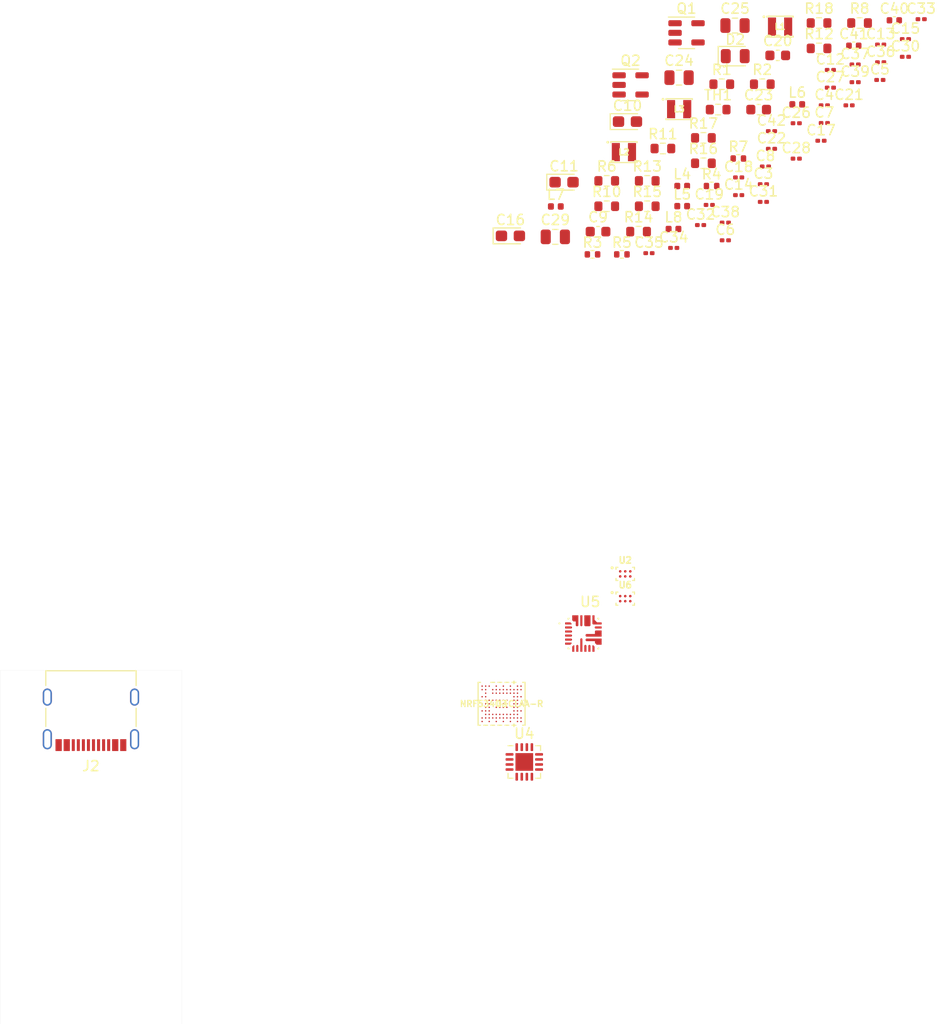
<source format=kicad_pcb>
(kicad_pcb (version 20211014) (generator pcbnew)
  (title_block (title "BOARD_NAME") (date "2022-06-23") (rev "1.0.0") (company "Michael W. Lloyd"))
  (layers (0 "F.Cu" mixed) (1 "In1.Cu" power) (2 "In2.Cu" power) (3 "In3.Cu" signal) (4 "In4.Cu" signal) (31 "B.Cu" mixed) (34 "B.Paste" user) (35 "F.Paste" user) (36 "B.SilkS" user "B.Silkscreen") (37 "F.SilkS" user "F.Silkscreen") (38 "B.Mask" user) (39 "F.Mask" user) (44 "Edge.Cuts" user))
  (property "--x" "→")
  (property "Delta" "Δ")
  (property "MR" "MΩ")
  (property "O" "Ω")
  (property "R" "Ω")
  (property "alpha" "α")
  (property "beta" "β")
  (property "delta" "δ")
  (property "diameter" "⌀")
  (property "footnote" "†")
  (property "frog" "🐸")
  (property "kR" "kΩ")
  (property "mR" "mΩ")
  (property "pi" "π")
  (property "uF" "μF")
  (property "uH" "μH")
  (property "uf" "μF")
  (property "uh" "μH")
  (property "x--" "←")
  (net 0 "")
  (net 1 "VBUS")
  (net 2 "+5V")
  (net 3 "Net-(J2-PadA1)")
  (net 4 "Net-(J2-PadA4)")
  (net 6 "Net-(C19-Pad1)")
  (net 9 "Net-(C20-Pad1)")
  (net 10 "Net-(C22-Pad1)")
  (net 13 "Net-(C23-Pad1)")
  (net 14 "Net-(C10-Pad1)")
  (net 15 "Net-(U5-Pad1)")
  (net 16 "Net-(L2-Pad1)")
  (net 17 "Net-(U5-Pad17)")
  (net 18 "+BATT")
  (net 19 "Net-(C24-Pad1)")
  (net 20 "GNDPWR")
  (net 21 "Net-(R13-Pad1)")
  (net 22 "Net-(R11-Pad2)")
  (net 23 "Net-(R12-Pad2)")
  (net 24 "Net-(C26-Pad1)")
  (net 25 "Net-(C27-Pad1)")
  (net 26 "/RF_LINE")
  (net 27 "Net-(C25-Pad1)")
  (net 28 "/USB_-")
  (net 29 "VDD")
  (net 30 "Net-(R4-Pad2)")
  (net 31 "/USB_+")
  (net 32 "/INOKB")
  (net 33 "AVSS")
  (net 34 "/USB_CC2")
  (net 35 "/USB_CC1")
  (net 36 "Net-(C28-Pad1)")
  (net 37 "Net-(C30-Pad2)")
  (net 38 "/ITOPOFF")
  (net 39 "Net-(R15-Pad1)")
  (net 40 "Net-(R14-Pad2)")
  (net 42 "Net-(R5-Pad2)")
  (net 43 "Net-(AE1-Pad1)")
  (net 44 "Net-(U3-PadD1)")
  (net 45 "Net-(C36-Pad2)")
  (net 46 "Net-(AE2-Pad1)")
  (net 47 "Net-(C40-Pad1)")
  (net 48 "Net-(C41-Pad1)")
  (net 49 "Net-(U4-Pad10)")
  (net 50 "Net-(D2-Pad2)")
  (net 51 "Net-(J2-PadA6)")
  (net 52 "Net-(J2-PadA7)")
  (net 53 "Net-(L1-Pad2)")
  (net 54 "Net-(L3-Pad2)")
  (net 55 "Net-(L4-Pad1)")
  (net 56 "Net-(L7-Pad1)")
  (net 57 "/MCU_TEMPSENS")
  (net 58 "Net-(U5-Pad12)")
  (net 59 "Net-(U3-PadB12)")
  (net 60 "/P0_30")
  (net 61 "/P0_31")
  (net 62 "/P1_11")
  (net 63 "/P1_12")
  (net 64 "/P1_13")
  (net 65 "/P1_14")
  (net 66 "/P1_15")
  (net 67 "/P1_00")
  (net 69 "/P0_29")
  (net 70 "/P0_28")
  (net 71 "/P1_10")
  (net 72 "/P1_01")
  (net 73 "/SWDIO")
  (net 74 "/SWDCLK")
  (net 75 "/P1_08")
  (net 76 "/P0_05")
  (net 77 "/P0_00")
  (net 78 "/P0_01")
  (net 79 "/~{RESET}")
  (net 80 "/P1_07")
  (net 81 "/P0_04")
  (net 82 "/P0_02")
  (net 83 "/P0_27")
  (net 84 "/P1_09")
  (net 85 "/P0_23")
  (net 86 "/P0_06")
  (net 87 "/P0_03")
  (net 88 "/P0_26")
  (net 89 "/P1_06")
  (net 90 "/P0_21")
  (net 91 "/P0_19")
  (net 92 "/P0_12")
  (net 93 "/P0_11")
  (net 94 "/P0_10")
  (net 95 "/P0_09")
  (net 96 "/P0_07")
  (net 97 "/P1_02")
  (net 98 "/P0_24")
  (net 99 "/P1_04")
  (net 100 "/P0_22")
  (net 101 "/P0_20")
  (net 102 "/P0_18")
  (net 103 "/P0_16")
  (net 104 "/P0_14")
  (net 105 "/P0_13")
  (net 106 "/P1_03")
  (net 107 "/P0_25")
  (net 108 "/P1_05")
  (net 109 "/P0_17")
  (net 110 "/P0_15")
  (net 111 "/P0_08")
  (net 112 "/CHARGE_STAT")
  (net 115 "/MODE")
  (net 116 "/RX_EN")
  (net 117 "/ANT_SEL")
  (net 118 "/TX_EN")
  (footprint "Capacitor_SMD:C_0201_0603Metric" (layer "F.Cu") (at 225.77 100.16)
    (fp_text reference "C8")
    (fp_text value "100nF")
  )
  (footprint "Capacitor_SMD:C_0201_0603Metric" (layer "F.Cu") (at 241.19 85.59)
    (fp_text reference "C33")
    (fp_text value "9.5pF")
  )
  (footprint "Capacitor_SMD:C_0201_0603Metric" (layer "F.Cu") (at 223.12 101.24)
    (fp_text reference "C18")
    (fp_text value "100nF")
  )
  (footprint "Resistor_SMD:R_0603_1608Metric" (layer "F.Cu") (at 235.09 85.97)
    (fp_text reference "R8")
    (fp_text value "CONFIG")
  )
  (footprint "Capacitor_SMD:C_0805_2012Metric" (layer "F.Cu") (at 217.22 91.37)
    (fp_text reference "C24")
    (fp_text value "4.7μF")
  )
  (footprint "Capacitor_SMD:C_0201_0603Metric" (layer "F.Cu") (at 225.57 101.91)
    (fp_text reference "C3")
    (fp_text value "100nF")
  )
  (footprint "0:MAX9027EBT-T" (layer "F.Cu") (at 211.893 140.45)
    (fp_text reference "U2")
    (fp_text value "MAX9027EBT+T" hide)
  )
  (footprint "Package_TO_SOT_SMD:SOT-23-5" (layer "F.Cu") (at 212.42 92.09)
    (fp_text reference "Q2")
    (fp_text value "?")
  )
  (footprint "Capacitor_SMD:C_0201_0603Metric" (layer "F.Cu") (at 214.24 108.73)
    (fp_text reference "C35")
    (fp_text value "DNP")
  )
  (footprint "Capacitor_SMD:C_0805_2012Metric" (layer "F.Cu") (at 204.97 107.12)
    (fp_text reference "C29")
    (fp_text value "10μF")
  )
  (footprint "Capacitor_Tantalum_SMD:CP_EIA-2012-15_AVX-P" (layer "F.Cu") (at 200.525 107.02)
    (fp_text reference "C16")
    (fp_text value "10μF")
  )
  (footprint "1.Inductors.L_SRN_LAB2:L_SRN_2016_2010-1R0M" (layer "F.Cu") (at 217.2312 94.4862)
    (fp_text reference "L3")
    (fp_text value "10μH")
  )
  (footprint "Capacitor_SMD:C_0201_0603Metric" (layer "F.Cu") (at 237.1 91.6)
    (fp_text reference "C5")
    (fp_text value "100nF")
  )
  (footprint "Inductor_SMD:L_0402_1005Metric" (layer "F.Cu") (at 216.67 106.34)
    (fp_text reference "L8")
    (fp_text value "NC")
  )
  (footprint "Resistor_SMD:R_0603_1608Metric" (layer "F.Cu") (at 219.63 97.33)
    (fp_text reference "R17")
    (fp_text value "RITOPOFF")
  )
  (footprint "Capacitor_SMD:C_0201_0603Metric" (layer "F.Cu") (at 228.82 99.38)
    (fp_text reference "C28")
    (fp_text value "100nF")
  )
  (footprint "Capacitor_SMD:C_0201_0603Metric" (layer "F.Cu") (at 237.18 89.85)
    (fp_text reference "C36")
    (fp_text value "1.2pF")
  )
  (footprint "Capacitor_SMD:C_0201_0603Metric" (layer "F.Cu") (at 226.37 96.66)
    (fp_text reference "C42")
    (fp_text value "1pF")
  )
  (footprint "Resistor_SMD:R_0603_1608Metric" (layer "F.Cu") (at 213.21 106.6)
    (fp_text reference "R14")
    (fp_text value "R")
  )
  (footprint "Package_DFN_QFN:QFN-16-1EP_3x3mm_P0.5mm_EP1.75x1.75mm" (layer "F.Cu") (at 201.9 159.05)
    (fp_text reference "U4")
    (fp_text value "NRF21540-QDAA-R")
  )
  (footprint "1.Inductors.L_SRN_LAB2:L_SRN_2016_2012-R47M" (layer "F.Cu") (at 211.7612 98.7362)
    (fp_text reference "L2")
    (fp_text value "0.47μH")
  )
  (footprint "Resistor_SMD:R_0603_1608Metric" (layer "F.Cu") (at 231.08 85.97)
    (fp_text reference "R18")
    (fp_text value "R")
  )
  (footprint "Capacitor_SMD:C_0201_0603Metric" (layer "F.Cu") (at 225.57 103.66)
    (fp_text reference "C31")
    (fp_text value "DNP")
  )
  (footprint "Capacitor_SMD:C_0201_0603Metric" (layer "F.Cu") (at 219.35 105.95)
    (fp_text reference "C32")
    (fp_text value "1.8pF")
  )
  (footprint "Capacitor_SMD:C_0402_1005Metric" (layer "F.Cu") (at 234.52 88.21)
    (fp_text reference "C41")
    (fp_text value "C")
  )
  (footprint "Resistor_SMD:R_0603_1608Metric" (layer "F.Cu") (at 214.07 101.58)
    (fp_text reference "R13")
    (fp_text value "100kΩ")
  )
  (footprint "Capacitor_SMD:C_0201_0603Metric" (layer "F.Cu") (at 237.18 88.1)
    (fp_text reference "C13")
    (fp_text value "2.2μF")
  )
  (footprint "LED_SMD:LED_0805_2012Metric" (layer "F.Cu") (at 222.78 89.245)
    (fp_text reference "D2")
    (fp_text value "LED_Filled")
  )
  (footprint "Capacitor_SMD:C_0201_0603Metric" (layer "F.Cu") (at 228.82 95.88)
    (fp_text reference "C26")
    (fp_text value "100nF")
  )
  (footprint "0:MAX9027EBT-T" (layer "F.Cu") (at 211.893 142.9)
    (fp_text reference "U6")
    (fp_text value "MAX9027EBT+T" hide)
  )
  (footprint "Resistor_SMD:R_0603_1608Metric" (layer "F.Cu") (at 221.09 94.53)
    (fp_text reference "TH1")
    (fp_text value "Thermistor")
  )
  (footprint "Capacitor_SMD:C_0201_0603Metric" (layer "F.Cu") (at 223.12 102.99)
    (fp_text reference "C14")
    (fp_text value "10μF")
  )
  (footprint "Resistor_SMD:R_0603_1608Metric" (layer "F.Cu") (at 225.46 92.02)
    (fp_text reference "R2")
    (fp_text value "0Ω")
  )
  (footprint "Inductor_SMD:L_0402_1005Metric" (layer "F.Cu") (at 217.53 104.08)
    (fp_text reference "L5")
    (fp_text value "NC")
  )
  (footprint "Resistor_SMD:R_0603_1608Metric" (layer "F.Cu") (at 215.62 98.38)
    (fp_text reference "R11")
    (fp_text value "100kΩ")
  )
  (footprint "Resistor_SMD:R_0603_1608Metric" (layer "F.Cu") (at 219.63 99.84)
    (fp_text reference "R16")
    (fp_text value "1MΩ")
  )
  (footprint "Capacitor_SMD:C_0603_1608Metric" (layer "F.Cu") (at 209.2 106.6)
    (fp_text reference "C9")
    (fp_text value "2.2μF")
  )
  (footprint "Resistor_SMD:R_0603_1608Metric" (layer "F.Cu") (at 210.06 104.09)
    (fp_text reference "R10")
    (fp_text value "470Ω")
  )
  (footprint "Capacitor_SMD:C_0201_0603Metric" (layer "F.Cu") (at 231.6 94.11)
    (fp_text reference "C4")
    (fp_text value "100nF")
  )
  (footprint "Capacitor_SMD:C_0402_1005Metric" (layer "F.Cu") (at 238.53 85.7)
    (fp_text reference "C40")
    (fp_text value "C")
  )
  (footprint "Capacitor_SMD:C_0201_0603Metric" (layer "F.Cu") (at 239.63 87.56)
    (fp_text reference "C15")
    (fp_text value "10μF")
  )
  (footprint "Capacitor_SMD:C_0805_2012Metric" (layer "F.Cu") (at 222.76 86.22)
    (fp_text reference "C25")
    (fp_text value "4.7μF")
  )
  (footprint "Capacitor_Tantalum_SMD:CP_EIA-2012-15_AVX-P" (layer "F.Cu") (at 212.115 95.72)
    (fp_text reference "C10")
    (fp_text value "10μF")
  )
  (footprint "1.Power.BattMgmt:MAX77751CEFG+" (layer "F.Cu") (at 207.7475 146.35)
    (fp_text reference "U5")
    (fp_text value "MAX77751CEFG+")
  )
  (footprint "Capacitor_SMD:C_0201_0603Metric" (layer "F.Cu") (at 239.63 89.31)
    (fp_text reference "C30")
    (fp_text value "1.2pF")
  )
  (footprint "Capacitor_SMD:C_0201_0603Metric" (layer "F.Cu") (at 232.2 90.61)
    (fp_text reference "C12")
    (fp_text value "100nF")
  )
  (footprint "Resistor_SMD:R_0402_1005Metric" (layer "F.Cu") (at 220.44 102.09)
    (fp_text reference "R4")
    (fp_text value "28Ω")
  )
  (footprint "Inductor_SMD:L_0402_1005Metric" (layer "F.Cu") (at 228.92 94.01)
    (fp_text reference "L6")
    (fp_text value "2.2nH")
  )
  (footprint "Capacitor_SMD:C_0201_0603Metric" (layer "F.Cu") (at 221.8 107.46)
    (fp_text reference "C6")
    (fp_text value "100nF")
  )
  (footprint "Resistor_SMD:R_0402_1005Metric" (layer "F.Cu") (at 223.09 99.37)
    (fp_text reference "R7")
    (fp_text value "49.9Ω")
  )
  (footprint "Capacitor_SMD:C_0201_0603Metric" (layer "F.Cu") (at 221.8 105.71)
    (fp_text reference "C38")
    (fp_text value "1.8pF")
  )
  (footprint "Capacitor_SMD:C_0603_1608Metric" (layer "F.Cu") (at 225.1 94.53)
    (fp_text reference "C23")
    (fp_text value "1μF")
  )
  (footprint "Capacitor_SMD:C_0201_0603Metric" (layer "F.Cu") (at 231.27 97.61)
    (fp_text reference "C17")
    (fp_text value "100nF")
  )
  (footprint "Package_TO_SOT_SMD:SOT-23-5" (layer "F.Cu") (at 217.96 86.94)
    (fp_text reference "Q1")
    (fp_text value "?")
  )
  (footprint "Resistor_SMD:R_0603_1608Metric" (layer "F.Cu") (at 221.45 92.02)
    (fp_text reference "R1")
    (fp_text value "2.2Ω")
  )
  (footprint "Resistor_SMD:R_0603_1608Metric" (layer "F.Cu") (at 210.06 101.58)
    (fp_text reference "R6")
    (fp_text value "0Ω")
  )
  (footprint "Capacitor_SMD:C_0201_0603Metric" (layer "F.Cu") (at 220.21 103.96)
    (fp_text reference "C19")
    (fp_text value "1μF")
  )
  (footprint "Capacitor_SMD:C_0603_1608Metric" (layer "F.Cu") (at 226.99 89.17)
    (fp_text reference "C20")
    (fp_text value "1μF")
  )
  (footprint "1.Inductors.L_SRN_LAB2:L_SRN_2016_2010-1R0M" (layer "F.Cu") (at 227.2212 86.3262)
    (fp_text reference "L1")
    (fp_text value "10μH")
  )
  (footprint "Capacitor_SMD:C_0201_0603Metric" (layer "F.Cu") (at 231.6 95.86)
    (fp_text reference "C7")
    (fp_text value "100nF")
  )
  (footprint "Resistor_SMD:R_0603_1608Metric" (layer "F.Cu") (at 214.07 104.09)
    (fp_text reference "R15")
    (fp_text value "100kΩ")
  )
  (footprint "Capacitor_SMD:C_0201_0603Metric" (layer "F.Cu") (at 226.37 98.41)
    (fp_text reference "C22")
    (fp_text value "2.2nF")
  )
  (footprint "Inductor_SMD:L_0402_1005Metric" (layer "F.Cu") (at 217.53 102.09)
    (fp_text reference "L4")
    (fp_text value "1.9nH")
  )
  (footprint "Resistor_SMD:R_0402_1005Metric" (layer "F.Cu") (at 211.56 108.85)
    (fp_text reference "R5")
    (fp_text value "28Ω")
  )
  (footprint "Inductor_SMD:L_0402_1005Metric" (layer "F.Cu") (at 205.02 104.11)
    (fp_text reference "L7")
    (fp_text value "1.9nH")
  )
  (footprint "Connector_USB:USB_C_Receptacle_Palconn_UTC16-G" (layer "F.Cu") (at 159 154.875 180)
    (fp_text reference "J2")
    (fp_text value "USB_C_Receptacle_USB2.0")
  )
  (footprint "Capacitor_SMD:C_0201_0603Metric" (layer "F.Cu") (at 234.65 90.07)
    (fp_text reference "C37")
    (fp_text value "DNP")
  )
  (footprint "Resistor_SMD:R_0402_1005Metric" (layer "F.Cu") (at 208.65 108.85)
    (fp_text reference "R3")
    (fp_text value "49.9Ω")
  )
  (footprint "Resistor_SMD:R_0603_1608Metric" (layer "F.Cu") (at 231.08 88.48)
    (fp_text reference "R12")
    (fp_text value "R")
  )
  (footprint "Capacitor_SMD:C_0201_0603Metric" (layer "F.Cu") (at 234.65 91.82)
    (fp_text reference "C39")
    (fp_text value "9.5pF")
  )
  (footprint "1.Embedded.Specialized:NRF5340-CLAA-R" (layer "F.Cu") (at 199.65 153.3)
    (fp_text reference "U3")
    (fp_text value "NRF5340-CLAA-R")
  )
  (footprint "Capacitor_Tantalum_SMD:CP_EIA-2012-15_AVX-P" (layer "F.Cu") (at 205.835 101.71)
    (fp_text reference "C11")
    (fp_text value "22μF")
  )
  (footprint "Capacitor_SMD:C_0201_0603Metric" (layer "F.Cu") (at 232.2 92.36)
    (fp_text reference "C27")
    (fp_text value "100nF")
  )
  (footprint "Capacitor_SMD:C_0201_0603Metric" (layer "F.Cu") (at 234.05 94.11)
    (fp_text reference "C21")
    (fp_text value "2.2nF")
  )
  (footprint "Capacitor_SMD:C_0201_0603Metric" (layer "F.Cu") (at 216.69 108.21)
    (fp_text reference "C34")
    (fp_text value "0.7pF")
  )
  (gr_poly locked (pts (xy 150 185) (xy 150 150) (xy 168 150) (xy 168 185)) (layer "Edge.Cuts") (width 0.01) (fill none))
)
</source>
